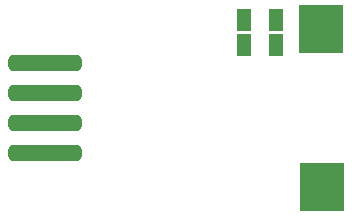
<source format=gbs>
G04 Layer_Color=16711935*
%FSLAX25Y25*%
%MOIN*%
G70*
G01*
G75*
%ADD42R,0.14665X0.16339*%
%ADD50R,0.05118X0.07480*%
G04:AMPARAMS|DCode=64|XSize=244.1mil|YSize=55.12mil|CornerRadius=15.75mil|HoleSize=0mil|Usage=FLASHONLY|Rotation=0.000|XOffset=0mil|YOffset=0mil|HoleType=Round|Shape=RoundedRectangle|*
%AMROUNDEDRECTD64*
21,1,0.24410,0.02362,0,0,0.0*
21,1,0.21260,0.05512,0,0,0.0*
1,1,0.03150,0.10630,-0.01181*
1,1,0.03150,-0.10630,-0.01181*
1,1,0.03150,-0.10630,0.01181*
1,1,0.03150,0.10630,0.01181*
%
%ADD64ROUNDEDRECTD64*%
D42*
X104281Y61811D02*
D03*
X104478Y9154D02*
D03*
D50*
X78543Y64871D02*
D03*
X89173D02*
D03*
X78445Y56496D02*
D03*
X89075D02*
D03*
D64*
X12205Y20728D02*
D03*
Y30728D02*
D03*
Y40728D02*
D03*
Y50728D02*
D03*
M02*

</source>
